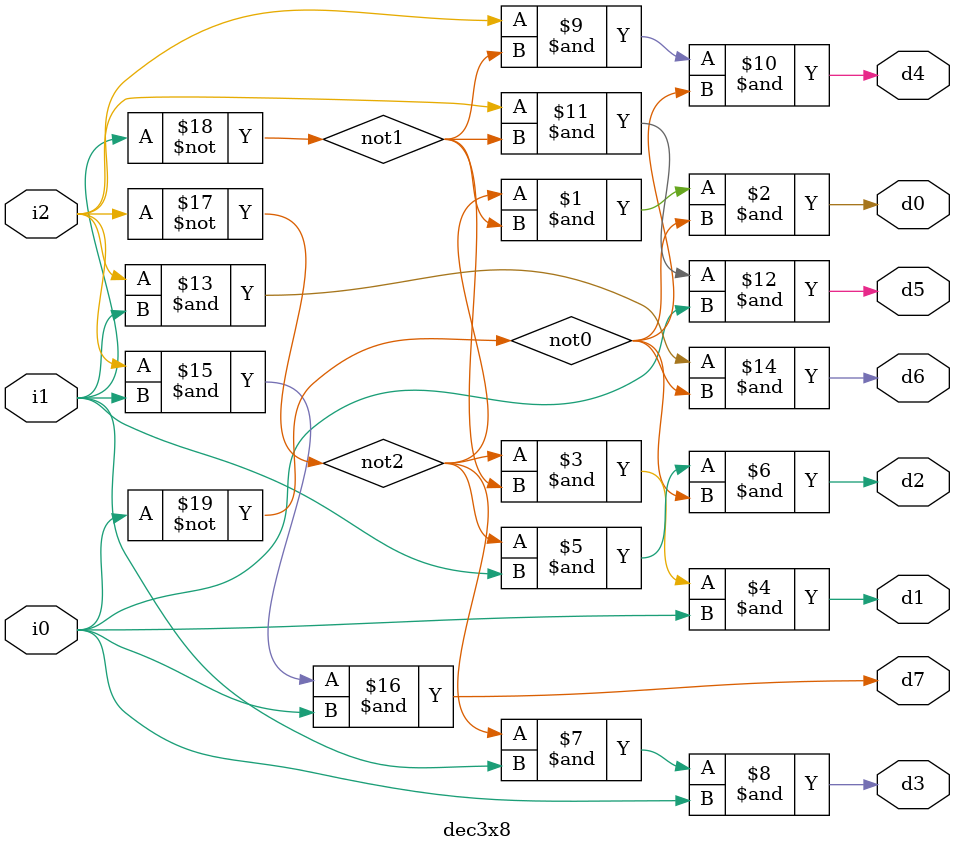
<source format=v>
`timescale 1ns / 1ps
module dec3x8(input i2, i1, i0, output d7, d6, d5, d4, d3, d2, d1, d0);
	wire not2, not1, not0;
	
	not nota(not2, i2);
	not notb(not1, i1);
	not notc(not0, i0);
	
	and and0(d0, not2, not1, not0);
	and and1(d1, not2, not1, i0);
	and and2(d2, not2, i1, not0);
	and and3(d3, not2, i1, i0);
	and and4(d4, i2, not1, not0);
	and and5(d5, i2, not1, i0);
	and and6(d6, i2, i1, not0);
	and and7(d7, i2, i1, i0);

endmodule

</source>
